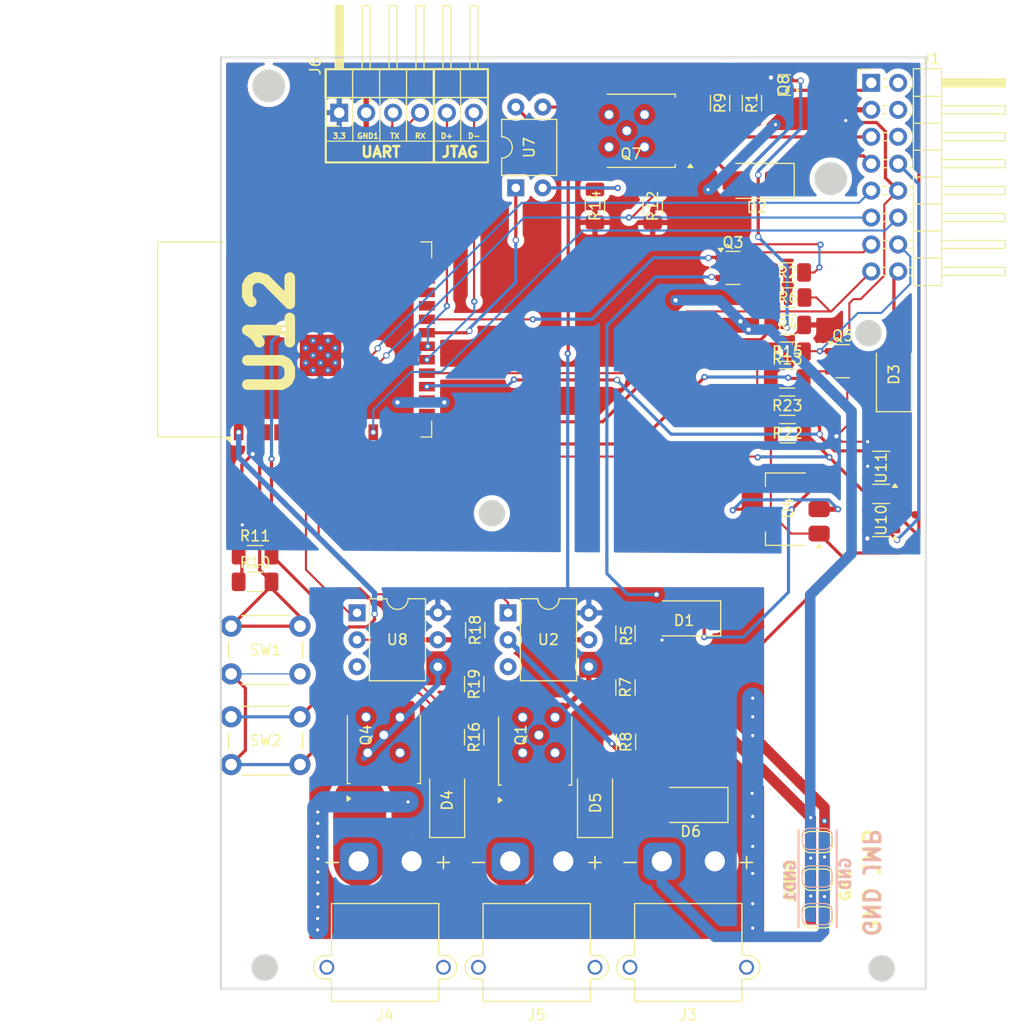
<source format=kicad_pcb>
(kicad_pcb (version 20240108) (generator "pcbnew") (generator_version "8.0")
  (layers (0 "F.Cu" signal) (31 "B.Cu" signal) (34 "B.Paste" user) (35 "F.Paste" user) (36 "B.SilkS" user "B.Silkscreen") (37 "F.SilkS" user "F.Silkscreen") (38 "B.Mask" user) (39 "F.Mask" user) (44 "Edge.Cuts" user))
  (net 0 "")
  (net 1 "toams")
  (net 2 "ACCU.SRC")
  (net 3 "+5V")
  (net 4 "Net-(D3-K)")
  (net 5 "BATTERY")
  (net 6 "FUEL.PUMP(-)")
  (net 7 "INJECTOR(-)")
  (net 8 "TPS")
  (net 9 "GND1")
  (net 10 "KEY")
  (net 12 "+3V3")
  (net 13 "ERROR_LAMP")
  (net 14 "SENSOR PRESSURE")
  (net 15 "STEPDOWN ACCU")
  (net 16 "T.UDARA")
  (net 17 "TX")
  (net 18 "RX")
  (net 19 "GND")
  (net 20 "KEY.PIN")
  (net 21 "en")
  (net 22 "IO0")
  (net 23 "Net-(R14-Pad2)")
  (net 24 "RPM")
  (net 25 "INJEC.PIN")
  (net 26 "EROR")
  (net 27 "St.Out")
  (net 28 "PUMP.PIN")
  (net 32 "ACCU.Voltage")
  (net 39 "accu")
  (net 49 "Net-(Q1-G)")
  (net 50 "Net-(Q4-G)")
  (net 51 "Net-(R16-Pad2)")
  (net 54 "Dinamo(-)")
  (net 55 "Dinamo.bt")
  (net 56 "Net-(Q7-G)")
  (net 57 "Dinamo(+)")
  (net 58 "Net-(R8-Pad2)")
  (net 61 "bt")
  (net 62 "D+")
  (net 63 "D-")
  (net 64 "PULSER")
  (net 66 "unconnected-(U12-IO5-Pad5)")
  (footprint "Resistor_SMD:R_1206_3216Metric_Pad1.30x1.75mm_HandSolder" (layer "F.Cu") (at 63.308 78.5 90)
    (property "Reference" "R18")
    (property "Value" "1k")
  )
  (footprint "Resistor_SMD:R_1206_3216Metric_Pad1.30x1.75mm_HandSolder" (layer "F.Cu") (at 92.764688 52.250622)
    (property "Reference" "R15")
    (property "Value" "1000")
  )
  (footprint "Connector_AMASS:AMASS_XT30PW-M_1x02_P2.50mm_Horizontal" (layer "F.Cu") (at 80.908 100.3 180)
    (property "Reference" "J3")
    (property "Value" "Conn_01x02_Pin")
  )
  (footprint "Diode_SMD:D_SMA" (layer "F.Cu") (at 89.8875 36.14 180)
    (property "Reference" "D2")
    (property "Value" "Schotkky")
  )
  (footprint "Package_DIP:DIP-6_W7.62mm" (layer "F.Cu") (at 66.408 76.875001)
    (property "Reference" "U2")
    (property "Value" "H11L1")
  )
  (footprint "Resistor_SMD:R_1206_3216Metric_Pad1.30x1.75mm_HandSolder" (layer "F.Cu") (at 80.048 38.52 90)
    (property "Reference" "R12")
    (property "Value" "10k")
  )
  (footprint "Resistor_SMD:R_1206_3216Metric_Pad1.30x1.75mm_HandSolder" (layer "F.Cu") (at 63.208 88.6 90)
    (property "Reference" "R16")
    (property "Value" "220")
  )
  (footprint "Resistor_SMD:R_1206_3216Metric_Pad1.30x1.75mm_HandSolder" (layer "F.Cu") (at 77.483 78.825 90)
    (property "Reference" "R5")
    (property "Value" "1k")
  )
  (footprint "Package_TO_SOT_SMD:SOT-23-5" (layer "F.Cu") (at 101.6055 68.129999 180)
    (property "Reference" "U10")
    (property "Value" "AP2112K-3.3")
  )
  (footprint "Resistor_SMD:R_1206_3216Metric_Pad1.30x1.75mm_HandSolder" (layer "F.Cu") (at 89.408 28.8 -90)
    (property "Reference" "R1")
    (property "Value" "1k")
  )
  (footprint "Package_TO_SOT_SMD:SOT-23-5" (layer "F.Cu") (at 101.608 63.2 180)
    (property "Reference" "U11")
    (property "Value" "AP2112K-3.3")
  )
  (footprint "Diode_SMD:D_SMA" (layer "F.Cu") (at 74.608 94.549999 90)
    (property "Reference" "D5")
    (property "Value" "Schotkky")
  )
  (footprint "Connector_AMASS:AMASS_XT30PW-M_1x02_P2.50mm_Horizontal" (layer "F.Cu") (at 52.308 100.3 180)
    (property "Reference" "J4")
    (property "Value" "Conn_01x02_Pin")
  )
  (footprint "Resistor_SMD:R_1206_3216Metric_Pad1.30x1.75mm_HandSolder" (layer "F.Cu") (at 92.82 47.14)
    (property "Reference" "R6")
    (property "Value" "1k")
  )
  (footprint "Resistor_SMD:R_1206_3216Metric_Pad1.30x1.75mm_HandSolder" (layer "F.Cu") (at 92.783 49.725)
    (property "Reference" "R4")
    (property "Value" "1K")
  )
  (footprint "Jumper:SolderJumper-2_P1.3mm_Open_RoundedPad1.0x1.5mm" (layer "F.Cu") (at 95.608 102.036862 180)
    (property "Reference" "JP2" (hide yes))
    (property "Value" "Jumper_2_Open" (hide yes))
  )
  (footprint "Resistor_SMD:R_1206_3216Metric_Pad1.30x1.75mm_HandSolder" (layer "F.Cu") (at 77.483 83.9 90)
    (property "Reference" "R7")
    (property "Value" "10k")
  )
  (footprint "Package_TO_SOT_SMD:SOT-23" (layer "F.Cu") (at 87.6325 44.35)
    (property "Reference" "Q3")
    (property "Value" "IRLML2502")
  )
  (footprint "Diode_SMD:D_SMA" (layer "F.Cu") (at 60.658 94.55 90)
    (property "Reference" "D4")
    (property "Value" "Schotkky")
  )
  (footprint "Resistor_SMD:R_1206_3216Metric_Pad1.30x1.75mm_HandSolder" (layer "F.Cu") (at 92.74 54.77)
    (property "Reference" "R13")
    (property "Value" "1000")
  )
  (footprint "Connector_PinHeader_2.54mm:PinHeader_1x06_P2.54mm_Horizontal" (layer "F.Cu") (at 50.478 29.715 90)
    (property "Reference" "J6")
    (property "Value" "Conn_01x06_Pin")
  )
  (footprint "Resistor_SMD:R_1206_3216Metric_Pad1.30x1.75mm_HandSolder" (layer "F.Cu") (at 92.748001 57.34 180)
    (property "Reference" "R23")
    (property "Value" "1k")
  )
  (footprint "Package_TO_SOT_SMD:TO-252-2" (layer "F.Cu") (at 54.688 89.66 90)
    (property "Reference" "Q4")
    (property "Value" "MDD1902")
  )
  (footprint "Jumper:SolderJumper-2_P1.3mm_Open_RoundedPad1.0x1.5mm" (layer "F.Cu") (at 95.608 105.586862 180)
    (property "Reference" "JP1" (hide yes))
    (property "Value" "Jumper_2_Open" (hide yes))
  )
  (footprint "Resistor_SMD:R_1206_3216Metric_Pad1.30x1.75mm_HandSolder" (layer "F.Cu") (at 42.538 71.44)
    (property "Reference" "R11")
    (property "Value" "1k")
  )
  (footprint "Diode_SMD:D_SMA" (layer "F.Cu") (at 102.808 54.4 90)
    (property "Reference" "D3")
    (property "Value" "D")
  )
  (footprint "Package_TO_SOT_SMD:SOT-23" (layer "F.Cu") (at 97.9705 53.15)
    (property "Reference" "Q5")
    (property "Value" "IRLML2502")
  )
  (footprint "Resistor_SMD:R_1206_3216Metric_Pad1.30x1.75mm_HandSolder" (layer "F.Cu") (at 92.768001 59.94 180)
    (property "Reference" "R22")
    (property "Value" "1k")
  )
  (footprint "Resistor_SMD:R_1206_3216Metric_Pad1.30x1.75mm_HandSolder" (layer "F.Cu") (at 86.408 28.8 -90)
    (property "Reference" "R9")
    (property "Value" "1k")
  )
  (footprint "Resistor_SMD:R_1206_3216Metric_Pad1.30x1.75mm_HandSolder" (layer "F.Cu") (at 42.538 73.95)
    (property "Reference" "R10")
    (property "Value" "1k")
  )
  (footprint "Package_TO_SOT_SMD:TO-252-2" (layer "F.Cu") (at 68.9605 89.81 90)
    (property "Reference" "Q1")
    (property "Value" "MDD1902")
  )
  (footprint "Diode_SMD:D_SMA" (layer "F.Cu") (at 82.958 77.4 180)
    (property "Reference" "D1")
    (property "Value" "D")
  )
  (footprint "Connector_AMASS:AMASS_XT30PW-M_1x02_P2.50mm_Horizontal" (layer "F.Cu") (at 66.608 100.3 180)
    (property "Reference" "J5")
    (property "Value" "Conn_01x02_Pin")
  )
  (footprint "Package_DIP:DIP-4_W7.62mm" (layer "F.Cu") (at 67.133001 36.8 90)
    (property "Reference" "U7")
    (property "Value" "PC817")
  )
  (footprint "Package_TO_SOT_SMD:SOT-416" (layer "F.Cu") (at 92.408 27.1 180)
    (property "Reference" "Q8")
    (property "Value" "RE1L002SN")
  )
  (footprint "Resistor_SMD:R_1206_3216Metric_Pad1.30x1.75mm_HandSolder" (layer "F.Cu") (at 92.78 44.78)
    (property "Reference" "R2")
    (property "Value" "1k")
  )
  (footprint "Resistor_SMD:R_1206_3216Metric_Pad1.30x1.75mm_HandSolder" (layer "F.Cu") (at 74.608 38.5 90)
    (property "Reference" "R14")
    (property "Value" "220")
  )
  (footprint "Button_Switch_THT:SW_PUSH_6mm_H4.3mm" (layer "F.Cu") (at 40.274 86.682)
    (property "Reference" "SW2")
    (property "Value" "BOOT1")
  )
  (footprint "Connector_PinHeader_2.54mm:PinHeader_2x08_P2.54mm_Horizontal" (layer "F.Cu") (at 100.668 26.9)
    (property "Reference" "J1")
    (property "Value" "Conn_02x08_Odd_Even")
  )
  (footprint "Resistor_SMD:R_1206_3216Metric_Pad1.30x1.75mm_HandSolder" (layer "F.Cu") (at 77.533 89.049999 -90)
    (property "Reference" "R8")
    (property "Value" "220")
  )
  (footprint "Package_DIP:DIP-6_W7.62mm" (layer "F.Cu") (at 52.158 76.875001)
    (property "Reference" "U8")
    (property "Value" "H11L1")
  )
  (footprint "RF_Module:ESP32-S3-WROOM-1" (layer "F.Cu") (at 46.248 51.1 90)
    (property "Reference" "U12")
    (property "Value" "ESP32-S3-WROOM-1")
  )
  (footprint "Diode_SMD:D_SMA" (layer "F.Cu") (at 83.640001 94.99 180)
    (property "Reference" "D6")
    (property "Value" "Schotkky")
  )
  (footprint "Jumper:SolderJumper-2_P1.3mm_Open_RoundedPad1.0x1.5mm" (layer "F.Cu") (at 95.608 98.486862 180)
    (property "Reference" "JP3" (hide yes))
    (property "Value" "Jumper_2_Open" (hide yes))
  )
  (footprint "Button_Switch_THT:SW_PUSH_6mm_H4.3mm" (layer "F.Cu") (at 40.274 78.132)
    (property "Reference" "SW1")
    (property "Value" "RESET")
  )
  (footprint "Resistor_SMD:R_1206_3216Metric_Pad1.30x1.75mm_HandSolder" (layer "F.Cu") (at 63.208 83.6 90)
    (property "Reference" "R19")
    (property "Value" "10k")
  )
  (footprint "Package_TO_SOT_SMD:TO-252-2" (layer "F.Cu") (at 78.868 31.42 180)
    (property "Reference" "Q7")
    (property "Value" "MDD1902")
  )
  (footprint "Package_TO_SOT_SMD:SOT-223-3_TabPin2" (layer "F.Cu") (at 92.598 67.1 180)
    (property "Reference" "U4")
    (property "Value" "AMS1117-5.0")
  )
  (footprint "Jumper:SolderJumper-2_P1.3mm_Open_RoundedPad1.0x1.5mm" (layer "B.Cu") (at 95.558 101.736862 180)
    (property "Reference" "JP5" (hide yes))
    (property "Value" "Jumper_2_Open" (hide yes))
  )
  (footprint "Jumper:SolderJumper-2_P1.3mm_Open_RoundedPad1.0x1.5mm" (layer "B.Cu") (at 95.558 105.286862 180)
    (property "Reference" "JP6" (hide yes))
    (property "Value" "Jumper_2_Open" (hide yes))
  )
  (footprint "Jumper:SolderJumper-2_P1.3mm_Open_RoundedPad1.0x1.5mm" (layer "B.Cu") (at 95.558 98.186862 180)
    (property "Reference" "JP4" (hide yes))
    (property "Value" "Jumper_2_Open" (hide yes))
  )
  (gr_rect (start 55.808 93) (end 58.508 96.6) (stroke (width 0.2)) (fill solid) (layer "F.Cu") (net 19))
  (gr_rect (start 70.008 93) (end 72.608 96.8) (stroke (width 0.2)) (fill solid) (layer "F.Cu") (net 19))
  (gr_rect (start 73.208 80.65) (end 77.708 82.9) (stroke (width 0.2)) (fill solid) (layer "F.Cu") (net 49))
  (gr_circle (center 61.56 87.025595) (end 61.6 87.044878) (stroke (width 0.2)) (fill solid) (layer "F.Cu") (net 51))
  (gr_circle (center 50.144405 85.82) (end 50.23 85.88) (stroke (width 0.2)) (fill solid) (layer "F.Cu") (net 9))
  (gr_poly (pts (xy 58.798 83.6) (xy 58.798 80.600001) (xy 64.177998 80.6) (xy 64.177997 83.6)) (stroke (width 0.2)) (fill solid) (layer "F.Cu") (net 50))
  (gr_circle (center 57.974405 84.43) (end 58.014405 84.449283) (stroke (width 0.2)) (fill solid) (layer "F.Cu") (net 9))
  (gr_rect (start 78.308 97.8) (end 83.108 102.9) (stroke (width 0.2)) (fill solid) (layer "F.Cu") (net 19))
  (gr_circle (center 104.83 67.636645) (end 105.069283 67.746645) (stroke (width 0.2)) (fill solid) (layer "F.Cu") (net 19))
  (gr_circle (center 98.169283 71.83) (end 98.299283 71.88) (stroke (width 0.2)) (fill solid) (layer "F.Cu") (net 19))
  (gr_circle (center 104.97 69.440717) (end 105.1 69.490717) (stroke (width 0.2)) (fill solid) (layer "F.Cu") (net 19))
  (gr_circle (center 55.465595 31.08) (end 55.52 31.11) (stroke (width 0.2)) (fill solid) (layer "F.Cu") (net 17))
  (gr_rect (start 83.708 98) (end 87.883 102.7) (stroke (width 0.2)) (fill solid) (layer "B.Cu") (net 2))
  (gr_rect (start 69.458 97.9) (end 73.958 103) (stroke (width 0.2)) (fill solid) (layer "B.Cu") (net 2))
  (gr_rect (start 55.008 98.15) (end 59.708 102.65) (stroke (width 0.2)) (fill solid) (layer "B.Cu") (net 2))
  (gr_line (start 93.808 106.536862) (end 93.808 97.4) (stroke (width 0.2)) (layer "B.SilkS"))
  (gr_line (start 97.408 106.536862) (end 97.408 97.4) (stroke (width 0.2)) (layer "B.SilkS"))
  (gr_rect (start 49.208 28.29) (end 51.758 32.4) (stroke (width 0.1)) (fill none) (layer "F.SilkS"))
  (gr_line (start 97.408 97.4) (end 97.408 106.536862) (stroke (width 0.2)) (layer "F.SilkS"))
  (gr_rect (start 51.758 28.280981) (end 54.308 32.40902) (stroke (width 0.1)) (fill none) (layer "F.SilkS"))
  (gr_rect (start 61.933 28.288536) (end 64.508 32.4) (stroke (width 0.1)) (fill none) (layer "F.SilkS"))
  (gr_line (start 93.808 97.4) (end 93.808 106.536862) (stroke (width 0.2)) (layer "F.SilkS"))
  (gr_rect (start 59.408 25.605) (end 64.508 34.4) (stroke (width 0.2)) (fill none) (layer "F.SilkS"))
  (gr_rect (start 59.408 28.272929) (end 61.933 32.4) (stroke (width 0.1)) (fill none) (layer "F.SilkS"))
  (gr_rect (start 54.308 28.269893) (end 56.808 32.4) (stroke (width 0.1)) (fill none) (layer "F.SilkS"))
  (gr_rect (start 49.207999 25.615) (end 59.408 34.4) (stroke (width 0.2)) (fill none) (layer "F.SilkS"))
  (gr_rect (start 56.833 28.277929) (end 59.408 32.4) (stroke (width 0.1)) (fill none) (layer "F.SilkS"))
  (gr_circle (center 64.88 67.49) (end 66.08 67.39) (stroke (width 0.1)) (fill solid) (layer "Edge.Cuts"))
  (gr_circle (center 43.828 27.19) (end 45.328 27.19) (stroke (width 0.1)) (fill solid) (layer "Edge.Cuts"))
  (gr_circle (center 43.448 110.32) (end 44.648 110.22) (stroke (width 0.1)) (fill solid) (layer "Edge.Cuts"))
  (gr_circle (center 100.408 50.5) (end 101.608 50.4) (stroke (width 0.1)) (fill solid) (layer "Edge.Cuts"))
  (gr_circle (center 96.85 35.93) (end 98.35 35.93) (stroke (width 0.1)) (fill solid) (layer "Edge.Cuts"))
  (gr_rect (start 39.308 24.5) (end 105.808 112.31) (stroke (width 0.2)) (fill none) (layer "Edge.Cuts"))
  (gr_circle (center 101.653841 110.4) (end 102.853841 110.3) (stroke (width 0.1)) (fill solid) (layer "Edge.Cuts"))
  (gr_text "GND JMP" (at 99.778 107.57 -90) (layer "B.SilkS") (effects (font (size 1.5 1.5) (thickness 0.3) (bold yes)) (justify left bottom mirror)))
  (gr_text "GND" (at 98.808 99.8 90) (layer "B.SilkS") (effects (font (size 1 1) (thickness 0.25) (bold yes)) (justify left bottom mirror)))
  (gr_text "GND1" (at 93.608 100 90) (layer "B.SilkS") (effects (font (size 1 1) (thickness 0.25) (bold yes)) (justify left bottom mirror)))
  (gr_text "RX" (at 57.548 32.2 0) (layer "F.SilkS") (effects (font (size 0.5 0.5) (thickness 0.125) (bold yes)) (justify left bottom)))
  (gr_text "GND1" (at 93.608 104.2 90) (layer "F.SilkS") (effects (font (size 1 1) (thickness 0.25) (bold yes)) (justify left bottom)))
  (gr_text "D-\n" (at 62.558 32.2 0) (layer "F.SilkS") (effects (font (size 0.5 0.5) (thickness 0.125) (bold yes)) (justify left bottom)))
  (gr_text "JTAG" (at 60.008 34 0) (layer "F.SilkS") (effects (font (size 1 1) (thickness 0.25) (bold yes)) (justify left bottom)))
  (gr_text "GND1" (at 52.098 32.2 0) (layer "F.SilkS") (effects (font (size 0.5 0.5) (thickness 0.125) (bold yes)) (justify left bottom)))
  (gr_text "TX" (at 55.208 32.2 0) (layer "F.SilkS") (effects (font (size 0.5 0.5) (thickness 0.125) (bold yes)) (justify left bottom)))
  (gr_text "GND JMP" (at 101.608 107.53 90) (layer "F.SilkS") (effects (font (size 1.5 1.5) (thickness 0.3) (bold yes)) (justify left bottom)))
  (gr_text "GND" (at 98.808 104.2 90) (layer "F.SilkS") (effects (font (size 1 1) (thickness 0.25) (bold yes)) (justify left bottom)))
  (gr_text "3,3" (at 49.808 32.2 0) (layer "F.SilkS") (effects (font (size 0.5 0.5) (thickness 0.125) (bold yes)) (justify left bottom)))
  (gr_text "UART" (at 52.408 34 0) (layer "F.SilkS") (effects (font (size 1 1) (thickness 0.25) (bold yes)) (justify left bottom)))
  (gr_text "D+" (at 59.988 32.2 0) (layer "F.SilkS") (effects (font (size 0.5 0.5) (thickness 0.125) (bold yes)) (justify left bottom)))
  (segment (start 84.908 77.450001) (end 84.958001 77.4) (width 0.3) (layer "F.Cu") (net 1))
  (segment (start 84.908 79.16) (end 84.908 77.450001) (width 0.3) (layer "F.Cu") (net 1))
  (segment (start 85.008 76.949999) (end 85.458001 77.4) (width 0.3) (layer "F.Cu") (net 1))
  (segment (start 93.158 67.13) (end 95.568 64.72) (width 0.3) (layer "F.Cu") (net 1))
  (via (at 84.908 79.16) (size 0.6) (drill 0.3) (layers "F.Cu" "B.Cu") (net 1))
  (via (at 93.158 67.13) (size 0.6) (drill 0.3) (layers "F.Cu" "B.Cu") (net 1))
  (segment (start 93.158 67.13) (end 92.86 67.428) (width 0.3) (layer "B.Cu") (net 1))
  (segment (start 88.628 79.16) (end 84.908 79.16) (width 0.3) (layer "B.Cu") (net 1))
  (segment (start 92.86 74.928) (end 88.628 79.16) (width 0.3) (layer "B.Cu") (net 1))
  (segment (start 92.86 67.428) (end 92.86 74.928) (width 0.3) (layer "B.Cu") (net 1))
  (segment (start 57.308 100.3) (end 57.308 99.900001) (width 0.7) (layer "F.Cu") (net 2))
  (segment (start 57.308 100.3) (end 57.308 101.55) (width 0.7) (layer "F.Cu") (net 2))
  (segment (start 80.957999 77.4) (end 80.957999 79.412001) (width 2) (layer "F.Cu") (net 2))
  (segment (start 63.308 76.949999) (end 59.852998 76.949999) (width 0.2) (layer "F.Cu") (net 2))
  (segment (start 72.08 34.126999) (end 67.133001 29.18) (width 0.3) (layer "F.Cu") (net 2))
  (segment (start 80.957999 79.412001) (end 80.93 79.44) (width 2) (layer "F.Cu") (net 2))
  (segment (start 74.958 96.95) (end 71.608 100.3) (width 0.7) (layer "F.Cu") (net 2))
  (segment (start 59.852998 76.949999) (end 59.778 76.875001) (width 0.2) (layer "F.Cu") (net 2))
  (segment (start 76.533002 76.875001) (end 76.908 77.249999) (width 0.3) (layer "F.Cu") (net 2))
  (segment (start 72.08 52.39) (end 72.08 34.126999) (width 0.3) (layer "F.Cu") (net 2))
  (segment (start 57.308 99.900001) (end 60.658 96.550001) (width 0.7) (layer "F.Cu") (net 2))
  (segment (start 74.028 76.875001) (end 76.01 76.875001) (width 0.3) (layer "F.Cu") (net 2))
  (segment (start 77.483 77.274999) (end 80.832998 77.274999) (width 0.3) (layer "F.Cu") (net 2))
  (segment (start 76.01 76.875001) (end 76.533002 76.875001) (width 0.3) (layer "F.Cu") (net 2))
  (segment (start 80.832998 77.274999) (end 80.957999 77.4) (width 0.3) (layer "F.Cu") (net 2))
  (segment (start 72.04 52.43) (end 72.08 52.39) (width 0.3) (layer "F.Cu") (net 2))
  (segment (start 77.483 77.274999) (end 77.608001 77.4) (width 0.3) (layer "F.Cu") (net 2))
  (segment (start 85.640002 94.99) (end 85.640002 100.032002) (width 3) (layer "F.Cu") (net 2))
  (segment (start 85.640002 100.032002) (end 85.908 100.3) (width 3) (layer "F.Cu") (net 2))
  (via (at 80.93 79.44) (size 0.6) (drill 0.3) (layers "F.Cu" "B.Cu") (net 2))
  (via (at 72.04 52.43) (size 0.6) (drill 0.3) (layers "F.Cu" "B.Cu") (net 2))
  (segment (start 72.03 52.44) (end 72.03 74.877001) (width 0.3) (layer "B.Cu") (net 2))
  (segment (start 85.7955 100.35) (end 85.7955 99.4055) (width 2) (layer "B.Cu") (net 2))
  (segment (start 71.608 100.95) (end 72.108 100.45) (width 2) (layer "B.Cu") (net 2))
  (segment (start 72.04 52.43) (end 72.03 52.44) (width 0.3) (layer "B.Cu") (net 2))
  (segment (start 87.708 67.1) (end 89.448001 67.1) (width 0.3) (layer "F.Cu") (net 3))
  (segment (start 97.53 67.1) (end 95.747999 67.1) (width 0.5) (layer "F.Cu") (net 3))
  (via (at 97.53 67.1) (size 0.6) (drill 0.3) (layers "F.Cu" "B.Cu") (net 3))
  (via (at 87.604 67.204) (size 0.6) (drill 0.3) (layers "F.Cu" "B.Cu") (net 3))
  (segment (start 97.53 67.1) (end 96.65 66.22) (width 0.3) (layer "B.Cu") (net 3))
  (segment (start 96.65 66.22) (end 88.588 66.22) (width 0.3) (layer "B.Cu") (net 3))
  (segment (start 88.588 66.22) (end 87.604 67.204) (width 0.3) (layer "B.Cu") (net 3))
  (segment (start 102.7455 64.149999) (end 103.218001 64.149999) (width 0.3) (layer "F.Cu") (net 4))
  (segment (start 103.218001 64.149999) (end 104.068 63.3) (width 0.3) (layer "F.Cu") (net 4))
  (segment (start 104.068 57.660001) (end 102.808 56.400001) (width 0.3) (layer "F.Cu") (net 4))
  (segment (start 104.068 63.3) (end 104.068 57.660001) (width 0.3) (layer "F.Cu") (net 4))
  (segment (start 102.808 52.399999) (end 102.808 45.08) (width 0.3) (layer "F.Cu") (net 5))
  (segment (start 102.808 45.08) (end 103.208 44.68) (width 0.3) (layer "F.Cu") (net 5))
  (segment (start 103.208 44.68) (end 103.008 44.88) (width 0.3) (layer "B.Cu") (net 5))
  (segment (start 62.558 94.449999) (end 62.558 99.625) (width 0.7) (layer "F.Cu") (net 6))
  (segment (start 52.408 94.7) (end 52.408 100.2) (width 5) (layer "F.Cu") (net 6))
  (segment (start 53.833 103.575) (end 52.308 102.05) (width 0.7) (layer "F.Cu") (net 6))
  (segment (start 62.558 99.625) (end 58.608 103.575) (width 0.7) (layer "F.Cu") (net 6))
  (segment (start 51.957999 100.650001) (end 52.308 100.3) (width 2) (layer "F.Cu") (net 6))
  (segment (start 52.308 102.05) (end 52.308 100.3) (width 0.7) (layer "F.Cu") (net 6))
  (segment (start 58.608 103.575) (end 53.833 103.575) (width 0.7) (layer "F.Cu") (net 6))
  (segment (start 60.658 92.549999) (end 62.558 94.449999) (width 0.7) (layer "F.Cu") (net 6))
  (segment (start 66.6805 94.85) (end 66.6805 100.2275) (width 5) (layer "F.Cu") (net 7))
  (segment (start 73.928 103.18) (end 76.958 100.15) (width 0.7) (layer "F.Cu") (net 7))
  (segment (start 76.958 100.15) (end 76.958 94.899998) (width 0.7) (layer "F.Cu") (net 7))
  (segment (start 66.608 101.46) (end 68.328 103.18) (width 0.7) (layer "F.Cu") (net 7))
  (segment (start 66.6805 100.2275) (end 66.608 100.3) (width 5) (layer "F.Cu") (net 7))
  (segment (start 66.608 100.3) (end 66.608 101.46) (width 0.7) (layer "F.Cu") (net 7))
  (segment (start 76.958 94.899998) (end 74.608 92.549998) (width 0.7) (layer "F.Cu") (net 7))
  (segment (start 68.328 103.18) (end 73.928 103.18) (width 0.7) (layer "F.Cu") (net 7))
  (via (at 53.688 59.85) (size 0.6) (drill 0.4) (layers "F.Cu" "B.Cu") (net 8))
  (segment (start 73.458 40.82) (end 101.988 40.82) (width 0.2) (layer "B.Cu") (net 8))
  (segment (start 53.688 57.74) (end 57.268 54.16) (width 0.2) (layer "B.Cu") (net 8))
  (segment (start 57.268 54.16) (end 60.118 54.16) (width 0.2) (layer "B.Cu") (net 8))
  (segment (start 60.118 54.16) (end 73.458 40.82) (width 0.2) (layer "B.Cu") (net 8))
  (segment (start 53.688 59.85) (end 53.688 57.74) (width 0.2) (layer "B.Cu") (net 8))
  (segment (start 101.988 40.82) (end 103.208 39.6) (width 0.2) (layer "B.Cu") (net 8))
  (segment (start 53.133001 78.2) (end 51.408 78.2) (width 0.3) (layer "F.Cu") (net 9))
  (segment (start 93.364689 51.01) (end 93.364689 51.155311) (width 0.2) (layer "F.Cu") (net 9))
  (segment (start 50.008 79.6) (end 50.008 87.948) (width 0.3) (layer "F.Cu") (net 9))
  (segment (start 53.808 76.975) (end 53.808 77.525001) (width 0.3) (layer "F.Cu") (net 9))
  (segment (start 51.608 84.4) (end 50.008 86) (width 0.2) (layer "F.Cu") (net 9))
  (segment (start 94.958001 96.184907) (end 86.273092 87.499998) (width 1) (layer "F.Cu") (net 9))
  (segment (start 50.008 86) (end 50.008 87.948) (width 0.2) (layer "F.Cu") (net 9))
  (segment (start 93.364689 50.693311) (end 94.333 49.725) (width 0.2) (layer "F.Cu") (net 9))
  (segment (start 63.208 89.6) (end 58.008 84.4) (width 0.2) (layer "F.Cu") (net 9))
  (segment (start 93.364689 51.01) (end 93.364689 50.693311) (width 0.2) (layer "F.Cu") (net 9))
  (segment (start 53.808 77.525001) (end 53.133001 78.2) (width 0.3) (layer "F.Cu") (net 9))
  (segment (start 91.189999 54.77) (end 93.364689 52.59531) (width 0.2) (layer "F.Cu") (net 9))
  (segment (start 94.958001 96.184907) (end 94.832907 96.184907) (width 0.2) (layer "F.Cu") (net 9))
  (segment (start 93.364689 52.59531) (end 93.364689 51.01) (width 0.2) (layer "F.Cu") (net 9))
  (segment (start 51.408 78.2) (end 50.008 79.6) (width 0.3) (layer "F.Cu") (net 9))
  (segment (start 94.958001 105.586862) (end 94.958001 96.184907) (width 1) (layer "F.Cu") (net 9))
  (segment (start 41.624 83.982) (end 40.274 82.632) (width 0.3) (layer "F.Cu") (net 9))
  (segment (start 63.208 90.150001) (end 63.208 89.6) (width 0.2) (layer "F.Cu") (net 9))
  (segment (start 40.274 91.182) (end 41.624 89.832) (width 0.3) (layer "F.Cu") (net 9))
  (segment (start 93.364689 51.155311) (end 92.73 51.79) (width 0.2) (layer "F.Cu") (net 9))
  (segment (start 41.624 89.832) (end 41.624 83.982) (width 0.3) (layer "F.Cu") (net 9))
  (segment (start 86.273092 87.499998) (end 77.533 87.499998) (width 1) (layer "F.Cu") (net 9))
  (segment (start 50.008 87.948) (end 46.774 91.182) (width 0.3) (layer "F.Cu") (net 9))
  (segment (start 58.008 84.4) (end 51.608 84.4) (width 0.2) (layer "F.Cu") (net 9))
  (via (at 60.393333 57.031333) (size 0.6) (drill 0.4) (layers "F.Cu" "B.Cu") (net 9))
  (via (at 94.958001 100) (size 0.6) (drill 0.3) (layers "F.Cu" "B.Cu") (net 9))
  (via (at 85.27 36.97) (size 0.6) (drill 0.3) (layers "F.Cu" "B.Cu") (net 9))
  (via (at 53.808 76.975) (size 0.6) (drill 0.4) (layers "F.Cu" "B.Cu") (net 9))
  (via (at 94.958001 103.575) (size 0.6) (drill 0.3) (layers "F.Cu" "B.Cu") (net 9))
  (via (at 88.33 49.39) (size 0.6) (drill 0.4) (layers "F.Cu" "B.Cu") (net 9))
  (via (at 55.973985 57.031333) (size 0.6) (drill 0.4) (layers "F.Cu" "B.Cu") (net 9))
  (via (at 94.958001 96.184907) (size 0.6) (drill 0.3) (layers "F.Cu" "B.Cu") (net 9))
  (via (at 40.988 59.85) (size 0.6) (drill 0.4) (layers "F.Cu" "B.Cu") (net 9))
  (via (at 91.63 30.84) (size 0.6) (drill 0.3) (layers "F.Cu" "B.Cu") (net 9))
  (via (at 89.105 50.165) (size 0.6) (drill 0.4) (layers "F.Cu" "B.Cu") (net 9))
  (via (at 82.208 47.4) (size 0.6) (drill 0.4) (layers "F.Cu" "B.Cu") (net 9))
  (via (at 92.73 51.79) (size 0.6) (drill 0.3) (layers "F.Cu" "B.Cu") (net 9))
  (segment (start 40.988 62.2) (end 44.993 66.205) (width 0.5) (layer "B.Cu") (net 9))
  (segment (start 94.908 103.524999) (end 94.908 100.050001) (width 1) (layer "B.Cu") (net 9))
  (segment (start 51.438 72.65) (end 50.823 72.035) (width 0.5) (layer "B.Cu") (net 9))
  (segment (start 94.908 99.949999) (end 94.958001 100) (width 1) (layer "B.Cu") (net 9))
  (segment (start 85.27 36.97) (end 85.44 36.97) (width 1) (layer "B.Cu") (net 9))
  (segment (start 92.73 51.79) (end 98.808 57.868) (width 1) (layer "B.Cu") (net 9))
  (segment (start 94.908 75.18) (end 94.908 99.949999) (width 1) (layer "B.Cu") (net 9))
  (segment (start 94.908 96.22) (end 94.943093 96.184907) (width 0.2) (layer "B.Cu") (net 9))
  (segment (start 86.34 47.4) (end 82.208 47.4) (width 1) (layer "B.Cu") (net 9))
  (segment (start 40.988 59.85) (end 40.988 62.2) (width 0.5) (layer "B.Cu") (net 9))
  (segment (start 50.823 72.035) (end 50.843 72.035) (width 0.5) (layer "B.Cu") (net 9))
  (segment (start 44.993 66.205) (end 45.373 66.585) (width 0.5) (layer "B.Cu") (net 9))
  (segment (start 98.808 57.868) (end 98.808 71.28) (width 1) (layer "B.Cu") (net 9))
  (segment (start 88.33 49.39) (end 86.34 47.4) (width 1) (layer "B.Cu") (net 9))
  (segment (start 50.843 72.035) (end 53.808 75) (width 0.5) (layer "B.Cu") (net 9))
  (segment (start 94.958001 103.575) (end 94.908 103.524999) (width 1) (layer "B.Cu") (net 9))
  (segment (start 50.823 72.035) (end 44.993 66.205) (width 0.5) (layer "B.Cu") (net 9))
  (segment (start 94.908 100.050001) (end 94.958001 100) (width 1) (layer "B.Cu") (net 9))
  (segment (start 94.958001 103.575) (end 94.908 103.625001) (width 1) (layer "B.Cu") (net 9))
  (segment (start 94.943093 96.184907) (end 94.958001 96.184907) (width 0.2) (layer "B.Cu") (net 9))
  (segment (start 46.774 91.182) (end 40.274 91.182) (width 0.3) (layer "B.Cu") (net 9))
  (segment (start 89.105 50.165) (end 88.33 49.39) (width 1) (layer "B.Cu") (net 9))
  (segment (start 89.105 50.165) (end 91.105 50.165) (width 1) (layer "B.Cu") (net 9))
  (segment (start 94.908 103.625001) (end 94.908 105.286862) (width 1) (layer "B.Cu") (net 9))
  (segment (start 53.808 75) (end 53.808 76.975) (width 0.5) (layer "B.Cu") (net 9))
  (segment (start 40.274 82.632) (end 46.774 82.632) (width 0.1) (layer "B.Cu") (net 9))
  (segment (start 91.57 30.84) (end 91.63 30.84) (width 1) (layer "B.Cu") (net 9))
  (segment (start 85.44 36.97) (end 91.57 30.84) (width 1) (layer "B.Cu") (net 9))
  (segment (start 98.808 71.28) (end 94.908 75.18) (width 1) (layer "B.Cu") (net 9))
  (segment (start 91.105 50.165) (end 92.73 51.79) (width 1) (layer "B.Cu") (net 9))
  (segment (start 60.393333 57.031333) (end 55.973985 57.031333) (width 1) (layer "B.Cu") (net 9))
  (segment (start 93.058 27.6) (end 90.307999 30.350001) (width 0.3) (layer "F.Cu") (net 10))
  (segment (start 99.968 27.6) (end 100.668 26.9) (width 0.3) (layer "F.Cu") (net 10))
  (segment (start 90.307999 30.350001) (end 89.408 30.350001) (width 0.3) (layer "F.Cu") (net 10))
  (segment (start 93.058 27.6) (end 99.968 27.6) (width 0.3) (layer "F.Cu") (net 10))
  (segment (start 41.29 71.614) (end 41.29 74.504) (width 0.3) (layer "F.Cu") (net 12))
  (segment (start 102.008 31.482943) (end 101.165057 30.64) (width 0.3) (layer "F.Cu") (net 12))
  (segment (start 98.263 30.455) (end 98.208 30.4) (width 0.3) (layer "F.Cu") (net 12))
  (segment (start 91.758001 26.950001) (end 91.208 26.4) (width 0.3) (layer "F.Cu") (net 12))
  (segment (start 100.298 69.86) (end 100.298 69.109999) (width 0.3) (layer "F.Cu") (net 12))
  (segment (start 100.333 60.737) (end 97.895 60.737) (width 0.2) (layer "F.Cu") (net 12))
  (segment (start 101.165057 30.64) (end 98.448 30.64) (width 0.3) (layer "F.Cu") (net 12))
  (segment (start 97.895 60.737) (end 97.383 60.225) (width 0.2) (layer "F.Cu") (net 12))
  (segment (start 42.308 61.9) (end 42.258 61.85) (width 0.3) (layer "F.Cu") (net 12))
  (segment (start 101.9 45.074347) (end 101.9 38.368) (width 0.2) (layer "F.Cu") (net 12))
  (segment (start 42.308 61.9) (end 41.29 62.918) (width 0.3) (layer "F.Cu") (net 12))
  (segment (start 98.408 53.000001) (end 98.408 59.2) (width 0.2) (layer "F.Cu") (net 12))
  (segment (start 41.29 62.918) (end 41.29 71.614) (width 0.3) (layer "F.Cu") (net 12))
  (segment (start 98.999 47.289) (end 99.685347 47.289) (width 0.2) (layer "F.Cu") (net 12))
  (segment (start 91.758001 27.1) (end 91.758001 26.950001) (width 0.3) (layer "F.Cu") (net 12))
  (segment (start 100.298 69.109999) (end 100.308 69.099999) (width 0.3) (layer "F.Cu") (net 12))
  (segment (start 99.685347 47.289) (end 99.87 47.104347) (width 0.2) (layer "F.Cu") (net 12))
  (segment (start 98.908 53.15) (end 98.603841 52.845841) (width 0.2) (layer "F.Cu") (net 12))
  (segment (start 101.139999 45.830001) (end 101.144346 45.830001) (width 0.2) (layer "F.Cu") (net 12))
  (segment (start 100.333 64.012499) (end 100.4705 64.149999) (width 0.3) (layer "F.Cu") (net 12))
  (segment (start 98.603841 52.845841) (end 98.603841 47.684159) (width 0.2) (layer "F.Cu") (net 12))
  (segment (start 42.258 61.85) (end 42.258 59.85) (width 0.3) (layer "F.Cu") (net 12))
  (segment (start 98.603841 47.684159) (end 98.999 47.289) (width 0.2) (layer "F.Cu") (net 12))
  (segment (start 101.9 38.368) (end 103.208 37.06) (width 0.2) (layer "F.Cu") (net 12))
  (segment (start 98.408 59.2) (end 97.383 60.225) (width 0.2) (layer "F.Cu") (net 12))
  (segment (start 101.144346 45.830001) (end 101.9 45.074347) (width 0.2) (layer "F.Cu") (net 12))
  (segment (start 99.87 47.104347) (end 99.87 47.1) (width 0.2) (layer "F.Cu") (net 12))
  (segment (start 99.87 47.1) (end 101.139999 45.830001) (width 0.2) (layer "F.Cu") (net 12))
  (segment (start 98.448 30.64) (end 98.263 30.455) (width 0.3) (layer "F.Cu") (net 12))
  (segment (start 100.333 63.05) (end 100.333 64.012499) (width 0.3) (layer "F.Cu") (net 12))
  (segment (start 102.008 35.86) (end 102.008 31.482943) (width 0.3) (layer "F.Cu") (net 12))
  (segment (start 103.208 37.06) (end 102.008 35.86) (width 0.3) (layer "F.Cu") (net 12))
  (via (at 41.338 68.58) (size 0.6) (drill 0.3) (layers "F.Cu" "B.Cu") (net 12))
  (via (at 100.333 60.737) (size 0.6) (drill 0.3) (layers "F.Cu" "B.Cu") (net 12))
  (via (at 100.298 69.86) (size 0.6) (drill 0.4) (layers "F.Cu" "B.Cu") (net 12))
  (via (at 91.208 26.4) (size 0.6) (drill 0.4) (layers "F.Cu" "B.Cu") (net 12))
  (via (at 42.308 61.9) (size 0.6) (drill 0.4) (layers "F.Cu" "B.Cu") (net 12))
  (via (at 98.263 30.455) (size 0.6) (drill 0.3) (layers "F.Cu" "B.Cu") (net 12))
  (via (at 97.383 60.225) (size 0.6) (drill 0.4) (layers "F.Cu" "B.Cu") (net 12))
  (via (at 100.333 63.05) (size 0.6) (drill 0.3) (layers "F.Cu" "B.Cu") (net 12))
  (segment (start 100.333 63.05) (end 100.298 63.085) (width 0.3) (layer "B.Cu") (net 12))
  (segment (start 100.333 60.737) (end 100.333 63.05) (width 0.3) (layer "B.Cu") (net 12))
  (segment (start 100.298 63.085) (end 100.298 69.86) (width 0.3) (layer "B.Cu") (net 12))
  (segment (start 41.338 68.58) (end 41.338 68.49) (width 0.2) (layer "B.Cu") (net 12))
  (segment (start 99.928 42.88) (end 100.668 42.14) (width 0.2) (layer "F.Cu") (net 13))
  (segment (start 88.57 44.35) (end 90.04 42.88) (width 0.2) (layer "F.Cu") (net 13))
  (segment (start 90.04 42.88) (end 99.928 42.88) (width 0.2) (layer "F.Cu") (net 13))
  (segment (start 54.108 51.94) (end 54.108 52.03) (width 0.2) (layer "F.Cu") (net 14))
  (segment (start 50.3855 55.7525) (end 49.878 56.26) (width 0.2) (layer "F.Cu") (net 14))
  (segment (start 54.108 52.03) (end 50.3855 55.7525) (width 0.2) (layer "F.Cu") (net 14))
  (segment (start 49.878 56.26) (end 49.878 59.85) (width 0.2) (layer "F.Cu") (net 14))
  (via (at 54.108 51.94) (size 0.6) (drill 0.4) (layers "F.Cu" "B.Cu") (net 14))
  (segment (start 99.518 38.21) (end 100.668 37.06) (width 0.2) (layer "B.Cu") (net 14))
  (segment (start 67.698 38.21) (end 99.518 38.21) (width 0.2) (layer "B.Cu") (net 14))
  (segment (start 54.108 51.94) (end 54.108 51.8) (width 0.2) (layer "B.Cu") (net 14))
  (segment (start 54.108 51.8) (end 67.698 38.21) (width 0.2) (layer "B.Cu") (net 14))
  (segment (start 102.583 69.099999) (end 102.583 69.475) (width 0.3) (layer "F.Cu") (net 15))
  (segment (start 102.583 69.475) (end 103.108 70) (width 0.3) (layer "F.Cu") (net 15))
  (via (at 103.108 70) (size 0.6) (drill 0.4) (layers "F.Cu" "B.Cu") (net 15))
  (segment (start 103.208 34.52) (end 105.158 36.47) (width 0.3) (layer "B.Cu") (net 15))
  (segment (start 105.158 67.95) (end 103.108 70) (width 0.3) (layer "B.Cu") (net 15))
  (segment (start 105.158 36.47) (end 105.158 67.95) (width 0.3) (layer "B.Cu") (net 15))
  (segment (start 78.066 39.6) (end 80.048 37.618) (width 0.2) (layer "F.Cu") (net 16))
  (segment (start 80.048 37.618) (end 80.048 36.969999) (width 0.2) (layer "F.Cu") (net 16))
  (segment (start 51.148 56.38) (end 51.148 59.85) (width 0.2) (layer "F.Cu") (net 16))
  (segment (start 77.81 39.6) (end 78.066 39.6) (width 0.2) (layer "F.Cu") (net 16))
  (segment (start 54.928 52.6) (end 51.148 56.38) (width 0.2) (layer "F.Cu") (net 16))
  (via (at 54.928 52.6) (size 0.6) (drill 0.4) (layers "F.Cu" "B.Cu") (net 16))
  (via (at 77.81 39.6) (size 0.6) (drill 0.3) (layers "F.Cu" "B.Cu") (net 16))
  (segment (start 54.928 52.59) (end 54.928 52.6) (width 0.2) (layer "B.Cu") (net 16))
  (segment (start 77.81 39.6) (end 67.918 39.6) (width 0.2) (layer "B.Cu") (net 16))
  (segment (start 77.81 39.6) (end 100.668 39.6) (width 0.2) (layer "B.Cu") (net 16))
  (segment (start 67.918 39.6) (end 54.928 52.59) (width 0.2) (layer "B.Cu") (net 16))
  (segment (start 44.798 41.782) (end 44.798 42.35) (width 0.2) (layer "F.Cu") (net 17))
  (segment (start 55.487999 31.092001) (end 44.798 41.782) (width 0.2) (layer "F.Cu") (net 17))
  (segment (start 55.487999 29.775) (end 55.487999 31.092001) (width 0.2) (layer "F.Cu") (net 17))
  (segment (start 58.028 29.775) (end 46.068 41.735) (width 0.2) (layer "F.Cu") (net 18))
  (segment (start 46.068 41.735) (end 46.068 42.35) (width 0.2) (layer "F.Cu") (net 18))
  (segment (start 90.04 80.11) (end 89.92 80.11) (width 0.3) (layer "F.Cu") (net 19))
  (segment (start 89.91 56.052) (end 91.198 57.34) (width 0.2) (layer "F.Cu") (net 19))
  (segment (start 81.64 94.99) (end 80.89 95.74) (width 3) (layer "F.Cu") (net 19))
  (segment (start 105.158 67.653619) (end 105.158 69.45) (width 0.3) (layer "F.Cu") (net 19))
  (segment (start 91.198 67.475001) (end 93.122999 69.4) (width 0.2) (layer "F.Cu") (net 19))
  (segment (start 102.7455 63.2) (end 102.321737 63.2) (width 0.3) (layer "F.Cu") (net 19))
  (segment (start 96.257999 103.625) (end 96.257999 99.9) (width 1) (layer "F.Cu") (net 19))
  (segment (start 105.008 69.6) (end 103.374 71.234) (width 0.3) (layer "F.Cu") (net 19))
  (segment (start 105.158 69.45) (end 105.008 69.6) (width 0.3) (layer "F.Cu") (net 19))
  (segment (start 96.257999 96.5) (end 96.257999 95.224999) (width 1) (layer "F.Cu") (net 19))
  (segment (start 80.908 100.065) (end 80.908 100.3) (width 0.3) (layer "F.Cu") (net 19))
  (segment (start 95.748 69.4) (end 98.249 71.901) (width 0.3) (layer "F.Cu") (net 19))
  (segment (start 96.257999 99.9) (end 96.257999 96.5) (width 1) (layer "F.Cu") (net 19))
  (segment (start 101.733 63.788737) (end 101.733 64.725) (width 0.3) (layer "F.Cu") (net 19))
  (segment (start 105.158 26.35) (end 105.158 67.653619) (width 0.3) (layer "F.Cu") (net 19))
  (segment (start 93.865 76.285) (end 90.04 80.11) (width 0.3) (layer "F.Cu") (net 19))
  (segment (start 102.321737 63.2) (end 101.733 63.788737) (width 0.3) (layer "F.Cu") (net 19))
  (segment (start 83.908 29.14) (end 87.898 25.15) (width 0.3) (layer "F.Cu") (net 19))
  (segment (start 96.257999 95.224999) (end 89.483 88.45) (width 1) (layer "F.Cu") (net 19))
  (segment (start 105.008 69.6) (end 105.008 69.5) (width 0.3) (layer "F.Cu") (net 19))
  (segment (start 89.91 53.555309) (end 89.91 56.052) (width 0.2) (layer "F.Cu") (net 19))
  (segment (start 93.122999 69.4) (end 95.748 69.4) (width 0.2) (layer "F.Cu") (net 19))
  (segment (start 103.958 25.15) (end 105.158 26.35) (width 0.3) (layer "F.Cu") (net 19))
  (segment (start 80.89 100.282) (end 80.908 100.3) (width 3) (layer "F.Cu") (net 19))
  (segment (start 89.408 27.249999) (end 86.408 27.249999) (width 0.3) (layer "F.Cu") (net 19))
  (segment (start 85.608 45.2) (end 86.958001 45.2) (width 0.3) (layer "F.Cu") (net 19))
  (segment (start 98.249 71.901) (end 97.97 72.18) (width 0.3) (layer "F.Cu") (net 19))
  (segment (start 93.865 76.285) (end 93.8 76.35) (width 0.3) (layer "F.Cu") (net 19))
  (segment (start 80.89 95.74) (end 80.89 100.282) (width 3) (layer "F.Cu") (net 19))
  (segment (start 91.214687 52.250622) (end 89.91 53.555309) (width 0.2) (layer "F.Cu") (net 19))
  (segment (start 103.374 71.234) (end 98.916 71.234) (width 0.3) (layer "F.Cu") (net 19))
  (segment (start 80.908 101.88) (end 80.908 100.3) (width 0.2) (layer "F.Cu") (net 19))
  (segment (start 101.733 64.725) (end 104.661619 67.653619) (width 0.3) (layer "F.Cu") (net 19))
  (segment (start 80.708 101.83) (end 80.708 100.35) (width 1) (layer "F.Cu") (net 19))
  (segment (start 86.958001 45.2) (end 87.008001 45.25) (width 0.3) (layer "F.Cu") (net 19))
  (segment (start 103.658 68.15) (end 102.583 68.15) (width 0.3) (layer "F.Cu") (net 19))
  (segment (start 104.661619 67.653619) (end 105.158 67.653619) (width 0.3) (layer "F.Cu") (net 19))
  (segment (start 105.008 69.5) (end 103.658 68.15) (width 0.3) (layer "F.Cu") (net 19))
  (segment (start 97.97 72.18) (end 93.865 76.285) (width 0.3) (layer "F.Cu") (net 19))
  (segment (start 91.198 57.34) (end 91.198 67.475001) (width 0.2) (layer "F.Cu") (net 19))
  (segment (start 87.898 25.15) (end 103.958 25.15) (width 0.3) (layer "F.Cu") (net 19))
  (segment (start 98.916 71.234) (end 97.97 72.18) (width 0.3) (layer "F.Cu") (net 19))
  (segment (start 91.008 52.5) (end 91.257999 52.250001) (width 0.3) (layer "F.Cu") (net 19))
  (segment (start 96.257999 105.586862) (end 96.257999 103.625) (width 1) (layer "F.Cu") (net 19))
  (segment (start 85.748 27.3) (end 83.908 29.14) (width 0.3) (layer "F.Cu") (net 19))
  (via (at 48.458 99) (size 0.6) (drill 0.3) (layers "F.Cu" "B.Cu") (net 19))
  (via (at 48.433 105.7) (size 0.6) (drill 0.3) (layers "F.Cu" "B.Cu") (net 19))
  (via (at 89.483 84.925) (size 0.6) (drill 0.3) (layers "F.Cu" "B.Cu") (net 19))
  (via (at 89.483 86.675) (size 0.6) (drill 0.3) (layers "F.Cu" "B.Cu") (net 19))
  (via (at 48.458 96.725) (size 0.6) (drill 0.3) (layers "F.Cu" "B.Cu") (net 19))
  (via (at 48.458 104.6) (size 0.6) (drill 0.3) (layers "F.Cu" "B.Cu") (net 19))
  (via (at 48.458 103.375) (size 0.6) (drill 0.3) (layers "F.Cu" "B.Cu") (net 19))
  (via (at 85.608 45.2) (size 0.6) (drill 0.4) (layers "F.Cu" "B.Cu") (net 19))
  (via (at 48.458 100.075) (size 0.6) (drill 0.3) (layers "F.Cu" "B.Cu") (net 19))
  (via (at 80.408 75.15) (size 0.6) (drill 0.4) (layers "F.Cu" "B.Cu") (net 19))
  (via (at 48.433 106.775) (size 0.6) (drill 0.3) (layers "F.Cu" "B.Cu") (net 19))
  (via (at 89.483 104.3) (size 0.6) (drill 0.3) (layers "F.Cu" "B.Cu") (net 19))
  (via (at 48.458 102.3) (size 0.6) (drill 0.3) (layers "F.Cu" "B.Cu") (net 19))
  (via (at 96.257999 103.625) (size 0.6) (drill 0.3) (layers "F.Cu" "B.Cu") (net 19))
  (via (at 48.458 101.3) (size 0.6) (drill 0.3) (layers "F.Cu" "B.Cu") (net 19))
  (via (at 89.483 101.45) (size 0.6) (drill 0.3) (layers "F.Cu" "B.Cu") (net 19))
  (via (at 96.257999 99.9) (size 0.6) (drill 0.3) (layers "F.Cu" "B.Cu") (net 19))
  (via (at 48.458 95.65) (size 0.6) (drill 0.3) (layers "F.Cu" "B.Cu") (net 19))
  (via (at 89.483 98.9) (size 0.6) (drill 0.3) (layers "F.Cu" "B.Cu") (net 19))
  (via (at 89.433 93.9) (size 0.6) (drill 0.3) (layers "F.Cu" "B.Cu") (net 19))
  (via (at 89.483 88.45) (size 0.6) (drill 0.3) (layers "F.Cu" "B.Cu") (net 19))
  (via (at 89.483 96.075) (size 0.6) (drill 0.3) (layers "F.Cu" "B.Cu") (net 19))
  (via (at 96.257999 96.5) (size 0.6) (drill 0.3) (layers "F.Cu" "B.Cu") (net 19))
  (via (at 89.483 106.6) (size 0.6) (drill 0.3) (layers "F.Cu" "B.Cu") (net 19))
  (via (at 48.458 97.95) (size 0.6) (drill 0.3) (layers "F.Cu" "B.Cu") (net 19))
  (via (at 56.968 94.7) (size 0.6) (drill 0.3) (layers "F.Cu" "B.Cu") (net 19))
  (segment (start 89.483 106.6) (end 89.483 106.875) (width 2) (layer "B.Cu") (net 19))
  (segment (start 89.483 104.3) (end 89.483 106.6) (width 2) (layer "B.Cu") (net 19))
  (segment (start 89.483 101.45) (end 89.483 104.3) (width 2) (layer "B.Cu") (net 19))
  (segment (start 48.458 97.95) (end 48.458 106.65) (width 2) (layer "B.Cu") (net 19))
  (segment (start 75.728 73.17) (end 75.728 49.78) (width 0.3) (layer "B.Cu") (net 19))
  (segment (start 95.718 107.425) (end 96.208 106.935) (width 1) (layer "B.Cu") (net 19))
  (segment (start 48.458 96.725) (end 48.458 97.95) (width 2) (layer "B.Cu") (net 19))
  (segment (start 95.718 107.425) (end 85.933 107.425) (width 1) (layer "B.Cu") (net 19))
  (segment (start 73.593002 79.849999) (end 74.028 79.415001) (width 0.3) (layer "B.Cu") (net 19))
  (segment (start 48.458 95.65) (end 48.458 96.725) (width 2) (layer "B.Cu") (net 19))
  (segment (start 49.033 94.7) (end 56.968 94.7) (width 2) (layer "B.Cu") (net 19))
  (segment (start 89.483 84.925) (end 89.483 86.675) (width 2) (layer "B.Cu") (net 19))
  (segment (start 77.708 75.15) (end 75.728 73.17) (width 0.3) (layer "B.Cu") (net 19))
  (segment (start 89.483 98.9) (end 89.483 101.45) (width 2) (layer "B.Cu") (net 19))
  (segment (start 85.933 107.425) (end 80.908 102.4) (width 1) (layer "B.Cu") (net 19))
  (segment (start 80.408 75.15) (end 77.708 75.15) (width 0.3) (layer "B.Cu") (net 19))
  (segment (start 80.908 102.4) (end 80.908 100.3) (width 1) (layer "B.Cu") (net 19))
  (segment (start 89.483 96.075) (end 89.483 98.9) (width 2) (layer "B.Cu") (net 19))
  (segment (start 48.458 95.275) (end 48.458 95.65) (width 2) (layer "B.Cu") (net 19))
  (segment (start 80.308 45.2) (end 85.608 45.2) (width 0.3) (layer "B.Cu") (net 19))
  (segment (start 75.728 49.78) (end 80.308 45.2) (width 0.3) (layer "B.Cu") (net 19))
  (segment (start 49.033 94.7) (end 48.458 95.275) (width 2) (layer "B.Cu") (net 19))
  (segment (start 89.483 88.45) (end 89.483 96.075) (width 2) (layer "B.Cu") (net 19))
  (segment (start 89.483 86.675) (end 89.483 88.45) (width 2) (layer "B.Cu") (net 19))
  (segment (start 96.208 106.935) (end 96.208 98.186862) (width 1) (layer "B.Cu") (net 19))
  (segment (start 94.008 26.7) (end 93.158 26.7) (width 0.3) (layer "F.Cu") (net 20))
  (segment (start 90.257999 51.119544) (end 83.070456 51.119544) (width 0.3) (layer "F.Cu") (net 20))
  (segment (start 92.733 49.975) (end 91.402543 49.975) (width 0.3) (layer "F.Cu") (net 20))
  (segment (start 90.008 35.58) (end 90.008 41.42) (width 0.3) (layer "F.Cu") (net 20))
  (segment (start 59.523 58.86) (end 58.748 58.085) (width 0.3) (layer "F.Cu") (net 20))
  (segment (start 83.070456 51.119544) (end 75.33 58.86) (width 0.3) (layer "F.Cu") (net 20))
  (segment (start 75.33 58.86) (end 59.523 58.86) (width 0.3) (layer "F.Cu") (net 20))
  (segment (start 93.158 26.7) (end 93.058 26.6) (width 0.3) (layer "F.Cu") (net 20))
  (segment (start 91.402543 49.975) (end 90.257999 51.119544) (width 0.3) (layer "F.Cu") (net 20))
  (via (at 92.733 49.975) (size 0.6) (drill 0.4) (layers "F.Cu" "B.Cu") (net 20))
  (via (at 94.008 26.7) (size 0.6) (drill 0.4) (layers "F.Cu" "B.Cu") (net 20))
  (via (at 90.008 35.58) (size 0.6) (drill 0.4) (layers "F.Cu" "B.Cu") (net 20))
  (via (at 90.008 41.42) (size 0.6) (drill 0.4) (layers "F.Cu" "B.Cu") (net 20))
  (segment (start 90.008 35.58) (end 90.008 35.212) (width 0.3) (layer "B.Cu") (net 20))
  (segment (start 90.008 41.42) (end 92.733 44.145) (width 0.3) (layer "B.Cu") (net 20))
  (segment (start 94.008 31.212) (end 94.008 26.7) (width 0.3) (layer "B.Cu") (net 20))
  (segment (start 92.733 44.145) (end 92.733 49.975) (width 0.3) (layer "B.Cu") (net 20))
  (segment (start 90.008 35.212) (end 94.008 31.212) (width 0.3) (layer "B.Cu") (net 20))
  (segment (start 46.774 78.132) (end 40.274 78.132) (width 0.3) (layer "F.Cu") (net 21))
  (segment (start 43.528 59.85) (end 42.968 60.41) (width 0.3) (layer "F.Cu") (net 21))
  (segment (start 40.274 78.132) (end 44.088 74.318) (width 0.3) (layer "F.Cu") (net 21))
  (segment (start 46.774 77.236) (end 44.088 74.55) (width 0.3) (layer "F.Cu") (net 21))
  (segment (start 42.968 60.41) (end 42.968 72.83) (width 0.3) (layer "F.Cu") (net 21))
  (segment (start 44.088 74.55) (end 44.088 73.95) (width 0.3) (layer "F.Cu") (net 21))
  (segment (start 42.968 72.83) (end 44.088 73.95) (width 0.3) (layer "F.Cu") (net 21))
  (segment (start 46.774 78.132) (end 46.774 77.236) (width 0.3) (layer "F.Cu") (net 21))
  (segment (start 44.088 74.318) (end 44.088 73.95) (width 0.3) (layer "F.Cu") (net 21))
  (segment (start 50.208 45.15) (end 55.14 45.15) (width 0.3) (layer "F.Cu") (net 22))
  (segment (start 45.708 49.65) (end 50.208 45.15) (width 0.3) (layer "F.Cu") (net 22))
  (segment (start 44.088 62.36) (end 44.088 71.44) (width 0.3) (layer "F.Cu") (net 22))
  (segment (start 57.498 42.792) (end 57.498 42.35) (width 0.3) (layer "F.Cu") (net 22))
  (segment (start 45.228 50.11) (end 45.688 49.65) (width 0.3) (layer "F.Cu") (net 22))
  (segment (start 48.748 84.708) (end 48.748 76.1) (width 0.3) (layer "F.Cu") (net 22))
  (segment (start 46.774 86.682) (end 48.748 84.708) (width 0.3) (layer "F.Cu") (net 22))
  (segment (start 55.14 45.15) (end 57.498 42.792) (width 0.3) (layer "F.Cu") (net 22))
  (segment (start 45.688 49.65) (end 45.708 49.65) (width 0.3) (layer "F.Cu") (net 22))
  (segment (start 48.748 76.1) (end 44.088 71.44) (width 0.3) (layer "F.Cu") (net 22))
  (via (at 44.088 62.36) (size 0.6) (drill 0.3) (layers "F.Cu" "B.Cu") (net 22))
  (via (at 45.228 50.11) (size 0.6) (drill 0.4) (layers "F.Cu" "B.Cu") (net 22))
  (segment (start 45.106 86.682) (end 46.774 86.682) (width 0.2) (layer "B.Cu") (net 22))
  (segment (start 44.088 51.29) (end 44.088 62.36) (width 0.3) (layer "B.Cu") (net 22))
  (segment (start 40.274 86.682) (end 46.774 86.682) (width 0.3) (layer "B.Cu") (net 22))
  (segment (start 45.228 50.15) (end 45.228 50.11) (width 0.3) (layer "B.Cu") (net 22))
  (segment (start 44.088 51.29) (end 45.228 50.15) (width 0.3) (layer "B.Cu") (net 22))
  (segment (start 74.737999 36.82) (end 74.608 36.949999) (width 0.3) (layer "F.Cu") (net 23))
  (segment (start 74.458001 36.8) (end 74.608 36.949999) (width 0.3) (layer "F.Cu") (net 23))
  (segment (start 69.773001 36.9) (end 69.673001 36.8) (width 0.3) (layer "F.Cu") (net 23))
  (segment (start 76.75 36.82) (end 74.737999 36.82) (width 0.3) (layer "F.Cu") (net 23))
  (via (at 76.75 36.82) (size 0.6) (drill 0.3) (layers "F.Cu" "B.Cu") (net 23))
  (segment (start 76.73 36.8) (end 76.75 36.82) (width 0.3) (layer "B.Cu") (net 23))
  (segment (start 69.673001 36.8) (end 76.73 36.8) (width 0.3) (layer "B.Cu") (net 23))
  (segment (start 79.94 59.64) (end 80.22 59.36) (width 0.3) (layer "F.Cu") (net 24))
  (segment (start 56.228 60.48) (end 56.698 60.95) (width 0.3) (layer "F.Cu") (net 24))
  (segment (start 92.9 54.77) (end 94.290001 54.77) (width 0.3) (layer "F.Cu") (net 24))
  (segment (start 56.228 59.85) (end 56.228 60.48) (width 0.3) (layer "F.Cu") (net 24))
  (segment (start 95.158001 54.1) (end 94.358001 54.9) (width 0.2) (layer "F.Cu") (net 24))
  (segment (start 96.808 54.1) (end 95.158001 54.1) (width 0.2) (layer "F.Cu") (net 24))
  (segment (start 56.698 60.95) (end 78.63 60.95) (width 0.3) (layer "F.Cu") (net 24))
  (segment (start 92.83 54.7) (end 92.9 54.77) (width 0.3) (layer "F.Cu") (net 24))
  (segment (start 80.22 59.36) (end 84.94 54.64) (width 0.3) (layer "F.Cu") (net 24))
  (segment (start 78.63 60.95) (end 80.22 59.36) (width 0.3) (layer "F.Cu") (net 24))
  (via (at 92.83 54.7) (size 0.6) (drill 0.3) (layers "F.Cu" "B.Cu") (net 24))
  (via (at 84.94 54.64) (size 0.6) (drill 0.3) (layers "F.Cu" "B.Cu") (net 24))
  (segment (start 92.77 54.64) (end 84.94 54.64) (width 0.3) (layer "B.Cu") (net 24))
  (segment (start 92.83 54.7) (end 92.77 54.64) (width 0.3) (layer "B.Cu") (net 24))
  (segment (start 54.008 75.125) (end 48.533 69.65) (width 0.2) (layer "F.Cu") (net 25))
  (segment (start 66.408 75.928) (end 65.605 75.125) (width 0.2) (layer "F.Cu") (net 25))
  (segment (start 48.533 69.65) (end 48.533 59.925) (width 0.2) (layer "F.Cu") (net 25))
  (segment (start 48.533 59.925) (end 48.608 59.85) (width 0.2) (layer "F.Cu") (net 25))
  (segment (start 65.605 75.125) (end 54.008 75.125) (width 0.2) (layer "F.Cu") (net 25))
  (segment (start 48.533 63.1) (end 48.533 62.845) (width 0.2) (layer "F.Cu") (net 25))
  (segment (start 66.408 76.875001) (end 66.408 75.928) (width 0.2) (layer "F.Cu") (net 25))
  (segment (start 48.533 63.1) (end 48.533 62.975) (width 0.2) (layer "F.Cu") (net 25))
  (segment (start 59.598 49.2) (end 59.593 49.195) (width 0.2) (layer "F.Cu") (net 26))
  (segment (start 87.008001 43.35) (end 85.358 43.35) (width 0.3) (layer "F.Cu") (net 26))
  (segment (start 95.78 44.3) (end 95.3 44.78) (width 0.2) (layer "F.Cu") (net 26))
  (segment (start 95.88 42.16) (end 95.84 42.12) (width 0.2) (layer "F.Cu") (net 26))
  (segment (start 85.358 43.35) (end 85.308 43.4) (width 0.3) (layer "F.Cu") (net 26))
  (segment (start 68.74 49.2) (end 59.598 49.2) (width 0.2) (layer "F.Cu") (net 26))
  (segment (start 59.593 49.195) (end 58.748 49.195) (width 0.2) (layer "F.Cu") (net 26))
  (segment (start 95.84 42.12) (end 87.975 42.12) (width 0.2) (layer "F.Cu") (net 26))
  (segment (start 87.975 42.12) (end 86.695 43.4) (width 0.2) (layer "F.Cu") (net 26))
  (segment (start 95.3 44.78) (end 94.330001 44.78) (width 0.2) (layer "F.Cu") (net 26))
  (via (at 95.88 42.16) (size 0.6) (drill 0.3) (layers "F.Cu" "B.Cu") (net 26))
  (via (at 95.78 44.3) (size 0.6) (drill 0.3) (layers "F.Cu" "B.Cu") (net 26))
  (via (at 68.74 49.2) (size 0.6) (drill 0.3) (layers "F.Cu" "B.Cu") (net 26))
  (via (at 85.308 43.4) (size 0.6) (drill 0.4) (layers "F.Cu" "B.Cu") (net 26))
  (segment (start 80.13 43.4) (end 85.308 43.4) (width 0.3) (layer "B.Cu") (net 26))
  (segment (start 95.88 42.16) (end 95.78 42.26) (width 0.2) (layer "B.Cu") (net 26))
  (segment (start 74.35 49.18) (end 80.13 43.4) (width 0.3) (layer "B.Cu") (net 26))
  (segment (start 68.76 49.18) (end 74.35 49.18) (width 0.3) (layer "B.Cu") (net 26))
  (segment (start 68.74 49.2) (end 68.76 49.18) (width 0.3) (layer "B.Cu") (net 26))
  (segment (start 95.78 42.26) (end 95.78 44.3) (width 0.2) (layer "B.Cu") (net 26))
  (segment (start 67.133001 41.73) (end 67.133001 36.8) (width 0.3) (layer "F.Cu") (net 27))
  (segment (start 62.583 50.465) (end 58.748 50.465) (width 0.3) (layer "F.Cu") (net 27))
  (segment (start 62.759 50.289) (end 62.583 50.465) (width 0.3) (layer "F.Cu") (net 27))
  (via (at 62.759 50.289) (size 0.6) (drill 0.4) (layers "F.Cu" "B.Cu") (net 27))
  (via (at 67.133001 41.73) (size 0.6) (drill 0.4) (layers "F.Cu" "B.Cu") (net 27))
  (segment (start 62.759 50.071) (end 62.759 50.289) (width 0.3) (layer "B.Cu") (net 27))
  (segment (start 67.133001 45.696999) (end 62.759 50.071) (width 0.3) (layer "B.Cu") (net 27))
  (segment (start 67.133001 41.73) (end 67.133001 45.696999) (width 0.3) (layer "B.Cu") (net 27))
  (segment (start 51.983 76.875001) (end 51.408001 76.875001) (width 0.2) (layer "F.Cu") (net 28))
  (segment (start 47.338 72.805) (end 47.338 59.85) (width 0.2) (layer "F.Cu") (net 28))
  (segment (start 51.408001 76.875001) (end 47.338 72.805) (width 0.2) (layer "F.Cu") (net 28))
  (segment (start 89.96 62.21) (end 89.89 62.14) (width 0.2) (layer "F.Cu") (net 39))
  (segment (start 97.628 63.175) (end 97.683 63.175) (width 0.3) (layer "F.Cu") (net 39))
  (segment (start 94.448 59.94) (end 96.719 62.211) (width 0.3) (layer "F.Cu") (net 39))
  (segment (start 56.58 62.14) (end 54.958 60.518) (width 0.2) (layer "F.Cu") (net 39))
  (segment (start 96.719 62.211) (end 97.683 63.175) (width 0.3) (layer "F.Cu") (net 39))
  (segment (start 97.683 63.175) (end 101.708001 67.200001) (width 0.3) (layer "F.Cu") (net 39))
  (segment (start 94.318002 59.94) (end 94.287347 59.970655) (width 0.3) (layer "F.Cu") (net 39))
  (segment (start 94.318002 59.94) (end 94.448 59.94) (width 0.3) (layer "F.Cu") (net 39))
  (segment (start 101.708001 67.200001) (end 102.583 67.200001) (width 0.3) (layer "F.Cu") (net 39))
  (segment (start 54.958 60.518) (end 54.958 59.85) (width 0.2) (layer "F.Cu") (net 39))
  (segment (start 89.89 62.14) (end 56.58 62.14) (width 0.2) (layer "F.Cu") (net 39))
  (via (at 96.719 62.211) (size 0.6) (drill 0.3) (layers "F.Cu" "B.Cu") (net 39))
  (via (at 89.96 62.21) (size 0.6) (drill 0.3) (layers "F.Cu" "B.Cu") (net 39))
  (segment (start 89.96 62.21) (end 90 62.17) (width 0.3) (layer "B.Cu") (net 39))
  (segment (start 90 62.17) (end 96.623 62.17) (width 0.3) (layer "B.Cu") (net 39))
  (segment (start 67.7855 90.075) (end 67.7855 89.8525) (width 0.5) (layer "F.Cu") (net 49))
  (segment (start 75.632999 80.350001) (end 76.908 80.350001) (width 1) (layer "F.Cu") (net 49))
  (segment (start 74.028 83.61) (end 74.028 81.955001) (width 0.5) (layer "F.Cu") (net 49))
  (segment (start 67.7855 89.8525) (end 74.028 83.61) (width 0.5) (layer "F.Cu") (net 49))
  (segment (start 74.6455 81.3375) (end 75.632999 80.350001) (width 1) (layer "F.Cu") (net 49))
  (segment (start 75.383002 80.599999) (end 74.6455 81.3375) (width 1) (layer "F.Cu") (net 49))
  (segment (start 74.6455 81.3375) (end 74.028 81.955001) (width 1) (layer "F.Cu") (net 49))
  (via (at 70.8355 86.725) (size 1) (drill 0.8) (layers "F.Cu" "B.Cu") (net 49))
  (via (at 70.8355 90.075) (size 1) (drill 0.8) (layers "F.Cu" "B.Cu") (net 49))
  (via (at 67.7855 86.725) (size 1) (drill 0.8) (layers "F.Cu" "B.Cu") (net 49))
  (via (at 67.7855 90.075) (size 1) (drill 0.8) (layers "F.Cu" "B.Cu") (net 49))
  (via (at 69.3105 88.399999) (size 1) (drill 0.8) (layers "F.Cu" "B.Cu") (net 49))
  (segment (start 62.958001 82.2) (end 60.383001 82.2) (width 0.3) (layer "F.Cu") (net 50))
  (segment (start 63.308 80.050001) (end 63.308 80.279999) (width 2) (layer "F.Cu") (net 50))
  (segment (start 63.208 81.950001) (end 62.958001 82.2) (width 0.3) (layer "F.Cu") (net 50))
  (segment (start 56.533 90.075) (end 53.163 90.075) (width 0.5) (layer "F.Cu") (net 50))
  (segment (start 63.308 80.279999) (end 61.487999 82.1) (width 2) (layer "F.Cu") (net 50))
  (segment (start 57.087999 89.200001) (end 56.213 90.075) (width 0.3) (layer "F.Cu") (net 50))
  (segment (start 63.308 80.050001) (end 63.308 81.949999) (width 2) (layer "F.Cu") (net 50))
  (segment (start 59.778 81.955001) (end 60.208 82.385001) (width 0.5) (layer "F.Cu") (net 50))
  (segment (start 63.308 81.949999) (end 63.208 82.049999) (width 2) (layer "F.Cu") (net 50))
  (segment (start 57.088 89.2) (end 56.213 90.075) (width 0.5) (layer "F.Cu") (net 50))
  (via (at 56.213 90.075) (size 1) (drill 0.8) (layers "F.Cu" "B.Cu") (net 50))
  (via (at 56.213 86.725) (size 1) (drill 0.8) (layers "F.Cu" "B.Cu") (net 50))
  (via (at 53.163 90.075) (size 1) (drill 0.8) (layers "F.Cu" "B.Cu") (net 50))
  (via (at 53.008 86.7) (size 1) (drill 0.8) (layers "F.Cu" "B.Cu") (net 50))
  (via (at 54.688 88.399999) (size 1) (drill 0.8) (layers "F.Cu" "B.Cu") (net 50))
  (segment (start 59.778 83.63) (end 52.808 90.6) (width 0.5) (layer "B.Cu") (net 50))
  (segment (start 59.778 81.955001) (end 59.778 83.63) (width 0.5) (layer "B.Cu") (net 50))
  (segment (start 53.923001 79.415001) (end 61.557999 87.049999) (width 0.2) (layer "F.Cu") (net 51))
  (segment (start 61.557999 87.049999) (end 63.208 87.049999) (width 0.2) (layer "F.Cu") (net 51))
  (segment (start 52.158 79.415001) (end 53.923001 79.415001) (width 0.2) (layer "F.Cu") (net 51))
  (segment (start 85.447499 33.7) (end 87.887499 36.14) (width 0.3) (layer "F.Cu") (net 54))
  (segment (start 84.288 33.32) (end 83.908 33.7) (width 0.3) (layer "F.Cu") (net 54))
  (segment (start 83.908 33.7) (end 85.608 32) (width 0.3) (layer "F.Cu") (net 54))
  (segment (start 83.908 33.7) (end 85.447499 33.7) (width 0.3) (layer "F.Cu") (net 54))
  (segment (start 83.908001 33.700001) (end 83.908 33.7) (width 0.3) (layer "F.Cu") (net 54))
  (segment (start 100.647999 32) (end 100.668 31.979999) (width 0.3) (layer "F.Cu") (net 54))
  (segment (start 85.608 32) (end 100.647999 32) (width 0.3) (layer "F.Cu") (net 54))
  (segment (start 96.8 48.45) (end 83.258 48.45) (width 0.2) (layer "F.Cu") (net 55))
  (segment (start 100.668 44.680001) (end 96.898001 48.45) (width 0.2) (layer "F.Cu") (net 55))
  (segment (start 74.033 54.275) (end 58.748 54.275) (width 0.2) (layer "F.Cu") (net 55))
  (segment (start 96.8 48.45) (end 95.49 47.14) (width 0.2) (layer "F.Cu") (net 55))
  (segment (start 96.898001 48.45) (end 96.8 48.45) (width 0.2) (layer "F.Cu") (net 55))
  (segment (start 83.258 48.45) (end 77.433 54.275) (width 0.2) (layer "F.Cu") (net 55))
  (segment (start 77.433 54.275) (end 74.033 54.275) (width 0.2) (layer "F.Cu") (net 55))
  (segment (start 95.49 47.14) (end 94.370001 47.14) (width 0.2) (layer "F.Cu") (net 55))
  (segment (start 86.408 30.350001) (end 86.357999 30.400002) (width 0.3) (layer "F.Cu") (net 56))
  (segment (start 86.357999 30.400002) (end 78.627997 30.400002) (width 0.3) (layer "F.Cu") (net 56))
  (segment (start 75.367999 29.18) (end 77.607999 31.42) (width 0.3) (layer "F.Cu") (net 56))
  (segment (start 69.673001 29.18) (end 75.367999 29.18) (width 0.3) (layer "F.Cu") (net 56))
  (segment (start 78.627997 30.400002) (end 77.607999 31.42) (width 0.3) (layer "F.Cu") (net 56))
  (via (at 75.933 32.945) (size 1) (drill 0.8) (layers "F.Cu" "B.Cu") (net 56))
  (via (at 77.607999 31.42) (size 1) (drill 0.8) (layers "F.Cu" "B.Cu") (net 56))
  (via (at 79.283 32.945) (size 1) (drill 0.8) (layers "F.Cu" "B.Cu") (net 56))
  (via (at 75.933 29.895) (size 1) (drill 0.8) (layers "F.Cu" "B.Cu") (net 56))
  (via (at 79.283 29.895) (size 1) (drill 0.8) (layers "F.Cu" "B.Cu") (net 56))
  (segment (start 91.887501 36.14) (end 91.887501 35.929939) (width 0.3) (layer "F.Cu") (net 57))
  (segment (start 94.03744 33.78) (end 99.928 33.78) (width 0.3) (layer "F.Cu") (net 57))
  (segment (start 99.928 33.78) (end 100.668 34.52) (width 0.3) (layer "F.Cu") (net 57))
  (segment (start 91.887501 35.929939) (end 94.03744 33.78) (width 0.3) (layer "F.Cu") (net 57))
  (segment (start 77.008 90.015001) (end 77.008 90.6) (width 0.5) (layer "F.Cu") (net 58))
  (segment (start 76.192999 89.2) (end 77.008 90.015001) (width 0.5) (layer "F.Cu") (net 58))
  (via (at 76.192999 89.2) (size 0.6) (drill 0.3) (layers "F.Cu" "B.Cu") (net 58))
  (segment (start 66.423 79.400001) (end 66.408 79.415001) (width 0.5) (layer "B.Cu") (net 58))
  (segment (start 76.192999 89.2) (end 66.408 79.415001) (width 0.5) (layer "B.Cu") (net 58))
  (segment (start 95.798 60.03) (end 95.798 59.37) (width 0.3) (layer "F.Cu") (net 61))
  (segment (start 95.798 60.03) (end 95.798 60.19) (width 0.3) (layer "F.Cu") (net 61))
  (segment (start 95.798 60.19) (end 97.208001 61.600001) (width 0.3) (layer "F.Cu") (net 61))
  (segment (start 76.678 54.91) (end 67.003 54.91) (width 0.3) (layer "F.Cu") (net 61))
  (segment (start 95.798 59.37) (end 94.478 58.05) (width 0.3) (layer "F.Cu") (net 61))
  (segment (start 67.003 54.91) (end 66.968 54.875) (width 0.3) (layer "F.Cu") (net 61))
  (segment (start 102.0955 61.600001) (end 102.7455 62.250001) (width 0.3) (layer "F.Cu") (net 61))
  (segment (start 58.792999 55.500001) (end 58.748 55.545) (width 0.3) (layer "F.Cu") (net 61))
  (segment (start 94.478 58.05) (end 94.383001 58.05) (width 0.3) (layer "F.Cu") (net 61))
  (segment (start 97.208001 61.600001) (end 102.0955 61.600001) (width 0.3) (layer "F.Cu") (net 61))
  (via (at 58.748 55.545) (size 0.6) (drill 0.3) (layers "F.Cu" "B.Cu") (net 61))
  (via (at 66.968 54.875) (size 0.6) (drill 0.3) (layers "F.Cu" "B.Cu") (net 61))
  (via (at 76.678 54.91) (size 0.6) (drill 0.4) (layers "F.Cu" "B.Cu") (net 61))
  (via (at 95.798 60.03) (size 0.6) (drill 0.4) (layers "F.Cu" "B.Cu") (net 61))
  (segment (start 76.678 54.91) (end 81.798 60.03) (width 0.3) (layer "B.Cu") (net 61))
  (segment (start 81.798 60.03) (end 95.798 60.03) (width 0.3) (layer "B.Cu") (net 61))
  (segment (start 66.968 54.875) (end 66.383 55.46) (width 0.3) (layer "B.Cu") (net 61))
  (segment (start 58.833 55.46) (end 58.748 55.545) (width 0.3) (layer "B.Cu") (net 61))
  (segment (start 66.383 55.46) (end 58.833 55.46) (width 0.3) (layer "B.Cu") (net 61))
  (segment (start 60.638 29.715) (end 60.638 47.94) (width 0.2) (layer "F.Cu") (net 62))
  (segment (start 60.638 47.94) (end 60.598 47.98) (width 0.2) (layer "F.Cu") (net 62))
  (via (at 58.836341 51.745203) (size 0.6) (drill 0.3) (layers "F.Cu" "B.Cu") (net 62))
  (via (at 60.638 47.94) (size 0.6) (drill 0.3) (layers "F.Cu" "B.Cu") (net 62))
  (segment (start 60.638 48.112) (end 58.838 49.912) (width 0.2) (layer "B.Cu") (net 62))
  (segment (start 58.838 49.912) (end 58.838 51.73) (width 0.2) (layer "B.Cu") (net 62))
  (segment (start 60.638 47.94) (end 60.638 48.112) (width 0.2) (layer "B.Cu") (net 62))
  (segment (start 63.198 47.5) (end 63.198 29.735) (width 0.2) (layer "F.Cu") (net 63))
  (segment (start 63.218 47.52) (end 63.198 47.5) (width 0.2) (layer "F.Cu") (net 63))
  (segment (start 63.198 29.735) (end 63.178 29.715) (width 0.2) (layer "F.Cu") (net 63))
  (via (at 63.218 47.52) (size 0.6) (drill 0.3) (layers "F.Cu" "B.Cu") (net 63))
  (via (at 58.748 53.005) (size 0.6) (drill 0.3) (layers "F.Cu" "B.Cu") (net 63))
  (segment (start 58.748 52.992) (end 58.748 53.005) (width 0.2) (layer "B.Cu") (net 63))
  (segment (start 63.218 47.52) (end 63.218 48.522) (width 0.2) (layer "B.Cu") (net 63))
  (segment (start 63.218 48.522) (end 58.748 52.992) (width 0.2) (layer "B.Cu") (net 63))
  (segment (start 94.558001 52.2) (end 94.358001 52) (width 0.2) (layer "F.Cu") (net 64))
  (segment (start 96.808 52.2) (end 94.558001 52.2) (width 0.2) (layer "F.Cu") (net 64))
  (via (at 95.808 52.2) (size 0.6) (drill 0.3) (layers "F.Cu" "B.Cu") (net 64))
  (segment (start 99.408 48.6) (end 95.808 52.2) (width 0.2) (layer "B.Cu") (net 64))
  (segment (start 101.608 48.6) (end 99.408 48.6) (width 0.2) (layer "B.Cu") (net 64))
  (segment (start 104.358 45.85) (end 101.608 48.6) (width 0.2) (layer "B.Cu") (net 64))
  (segment (start 104.358 43.29) (end 104.358 45.85) (width 0.2) (layer "B.Cu") (net 64))
  (segment (start 103.208 42.14) (end 104.358 43.29) (width 0.2) (layer "B.Cu") (net 64))
  (segment (start 46.068 60.38) (end 46.068 59.85) (width 0.2) (layer "F.Cu") (net 66))
  (zone (net 9) (net_name "GND1") (layer "F.Cu") (priority 3) (connect_pads (clearance 0.5)) (min_thickness 0.25) (fill yes (thermal_gap 0.5) (thermal_bridge_width 0.5))
    (polygon (pts (xy 39.204284 24.496288) (xy 39.229284 70.941288) (xy 105.539284 71.371288) (xy 105.704284 24.496288)))
  )
  (zone (net 19) (net_name "GND") (layer "F.Cu") (priority 1) (connect_pads (clearance 0.5)) (min_thickness 0.25) (fill yes (thermal_gap 0.5) (thermal_bridge_width 0.5))
    (polygon (pts (xy 47.658 74.460003) (xy 47.658 107.625) (xy 90.558 107.625) (xy 90.558 74.460003)))
  )
  (zone (net 2) (net_name "ACCU.SRC") (layer "F.Cu") (connect_pads (clearance 0.5)) (min_thickness 0.25) (fill yes (thermal_gap 0.5) (thermal_bridge_width 0.5))
    (polygon (pts (xy 47.658 107.625) (xy 90.558 107.625) (xy 90.558 74.460003) (xy 47.658 74.460003)))
  )
  (zone (net 2) (net_name "ACCU.SRC") (layer "B.Cu") (priority 2) (connect_pads (clearance 0.5)) (min_thickness 0.25) (fill yes (thermal_gap 0.5) (thermal_bridge_width 0.5))
    (polygon (pts (xy 47.658 74.460003) (xy 47.658 107.625) (xy 90.558 107.625) (xy 90.558 74.460003)))
  )
  (zone (net 12) (net_name "+3V3") (layer "B.Cu") (priority 3) (connect_pads (clearance 0.5)) (min_thickness 0.25) (fill yes (thermal_gap 0.5) (thermal_bridge_width 0.5))
    (polygon (pts (xy 89.098 24.5) (xy 39.308 24.5) (xy 39.333 70.945) (xy 83.326137 71.230282) (xy 105.643 71.375) (xy 105.699147 55.424145) (xy 105.719153 49.740651) (xy 105.72353 48.497258) (xy 105.726598 47.625544) (xy 105.726701 47.596423) (xy 105.734355 45.421945) (xy 105.75387 39.877755) (xy 105.808 24.5)))
  )
)
</source>
